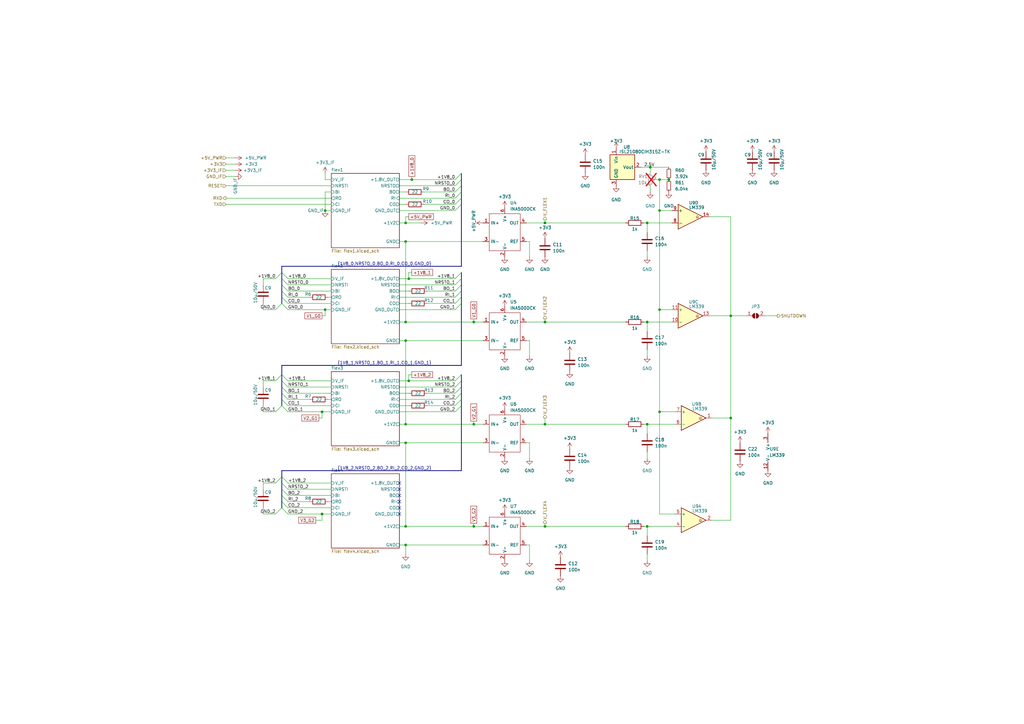
<source format=kicad_sch>
(kicad_sch (version 20231120) (generator "eeschema") (generator_version "8.0")
  (paper "A3")
  (lib_symbols
    (symbol "Comparator:LM339" (pin_names (offset 0.127))
      (property "Reference" "U" (at 0 5.08 0))
      (property "Value" "LM339" (at 0 -5.08 0))
      (symbol "LM339_1_1"
        (polyline (pts (xy -5.08 5.08) (xy 5.08 0) (xy -5.08 -5.08) (xy -5.08 5.08)) (stroke (width 0.254)) (fill (type background)))
        (polyline (pts (xy 3.302 -0.508) (xy 2.794 -0.508) (xy 3.302 0) (xy 2.794 0.508) (xy 2.286 0) (xy 2.794 -0.508) (xy 2.286 -0.508)) (stroke (width 0.127)))
        (pin open_collector line (at 7.62 0 180) (length 2.54) (name "~") (number "2"))
        (pin input line (at -7.62 -2.54 0) (length 2.54) (name "-") (number "4"))
        (pin input line (at -7.62 2.54 0) (length 2.54) (name "+") (number "5"))
      )
      (symbol "LM339_2_1"
        (polyline (pts (xy -5.08 5.08) (xy 5.08 0) (xy -5.08 -5.08) (xy -5.08 5.08)) (stroke (width 0.254)) (fill (type background)))
        (polyline (pts (xy 3.302 -0.508) (xy 2.794 -0.508) (xy 3.302 0) (xy 2.794 0.508) (xy 2.286 0) (xy 2.794 -0.508) (xy 2.286 -0.508)) (stroke (width 0.127)))
        (pin open_collector line (at 7.62 0 180) (length 2.54) (name "~") (number "1"))
        (pin input line (at -7.62 -2.54 0) (length 2.54) (name "-") (number "6"))
        (pin input line (at -7.62 2.54 0) (length 2.54) (name "+") (number "7"))
      )
      (symbol "LM339_3_1"
        (polyline (pts (xy -5.08 5.08) (xy 5.08 0) (xy -5.08 -5.08) (xy -5.08 5.08)) (stroke (width 0.254)) (fill (type background)))
        (polyline (pts (xy 3.302 -0.508) (xy 2.794 -0.508) (xy 3.302 0) (xy 2.794 0.508) (xy 2.286 0) (xy 2.794 -0.508) (xy 2.286 -0.508)) (stroke (width 0.127)))
        (pin input line (at -7.62 -2.54 0) (length 2.54) (name "-") (number "10"))
        (pin input line (at -7.62 2.54 0) (length 2.54) (name "+") (number "11"))
        (pin open_collector line (at 7.62 0 180) (length 2.54) (name "~") (number "13"))
      )
      (symbol "LM339_4_1"
        (polyline (pts (xy -5.08 5.08) (xy 5.08 0) (xy -5.08 -5.08) (xy -5.08 5.08)) (stroke (width 0.254)) (fill (type background)))
        (polyline (pts (xy 3.302 -0.508) (xy 2.794 -0.508) (xy 3.302 0) (xy 2.794 0.508) (xy 2.286 0) (xy 2.794 -0.508) (xy 2.286 -0.508)) (stroke (width 0.127)))
        (pin open_collector line (at 7.62 0 180) (length 2.54) (name "~") (number "14"))
        (pin input line (at -7.62 -2.54 0) (length 2.54) (name "-") (number "8"))
        (pin input line (at -7.62 2.54 0) (length 2.54) (name "+") (number "9"))
      )
      (symbol "LM339_5_1"
        (pin power_in line (at -2.54 -7.62 90) (length 3.81) (name "V-") (number "12"))
        (pin power_in line (at -2.54 7.62 270) (length 3.81) (name "V+") (number "3"))
      )
    )
    (symbol "Device:C" (pin_numbers hide) (pin_names (offset 0.254))
      (property "Reference" "C" (at 0.635 2.54 0))
      (property "Value" "C" (at 0.635 -2.54 0))
      (symbol "C_0_1"
        (polyline (pts (xy -2.032 -0.762) (xy 2.032 -0.762)) (stroke (width 0.508)))
        (polyline (pts (xy -2.032 0.762) (xy 2.032 0.762)) (stroke (width 0.508)))
      )
      (symbol "C_1_1"
        (pin passive line (at 0 3.81 270) (length 2.794) (name "~") (number "1"))
        (pin passive line (at 0 -3.81 90) (length 2.794) (name "~") (number "2"))
      )
    )
    (symbol "Device:R" (pin_numbers hide) (pin_names (offset 0))
      (property "Reference" "R" (at 2.032 0 90))
      (property "Value" "R" (at 0 0 90))
      (symbol "R_0_1"
        (rectangle (start -1.016 -2.54) (end 1.016 2.54) (stroke (width 0.254)))
      )
      (symbol "R_1_1"
        (pin passive line (at 0 3.81 270) (length 1.27) (name "~") (number "1"))
        (pin passive line (at 0 -3.81 90) (length 1.27) (name "~") (number "2"))
      )
    )
    (symbol "Device:R_Potentiometer_Small" (pin_names (offset 1.016) hide)
      (property "Reference" "RV" (at -4.445 0 90))
      (property "Value" "R_Potentiometer_Small" (at -2.54 0 90))
      (symbol "R_Potentiometer_Small_0_1"
        (polyline (pts (xy 0.889 0) (xy 0.635 0) (xy 1.651 0.381) (xy 1.651 -0.381) (xy 0.635 0) (xy 0.889 0)) (fill (type outline)))
        (rectangle (start 0.762 1.8034) (end -0.762 -1.8034) (stroke (width 0.254)))
      )
      (symbol "R_Potentiometer_Small_1_1"
        (pin passive line (at 0 2.54 270) (length 0.635) (name "1") (number "1"))
        (pin passive line (at 2.54 0 180) (length 0.9906) (name "2") (number "2"))
        (pin passive line (at 0 -2.54 90) (length 0.635) (name "3") (number "3"))
      )
    )
    (symbol "Device:R_Small" (pin_numbers hide) (pin_names (offset 0.254) hide)
      (property "Reference" "R" (at 0.762 0.508 0))
      (property "Value" "R_Small" (at 0.762 -1.016 0))
      (symbol "R_Small_0_1"
        (rectangle (start -0.762 1.778) (end 0.762 -1.778) (stroke (width 0.2032)))
      )
      (symbol "R_Small_1_1"
        (pin passive line (at 0 2.54 270) (length 0.762) (name "~") (number "1"))
        (pin passive line (at 0 -2.54 90) (length 0.762) (name "~") (number "2"))
      )
    )
    (symbol "Jumper:SolderJumper_2_Open" (pin_names (offset 0) hide)
      (property "Reference" "JP" (at 0 2.032 0))
      (property "Value" "SolderJumper_2_Open" (at 0 -2.54 0))
      (symbol "SolderJumper_2_Open_0_1"
        (arc (start -0.254 1.016) (mid -1.2656 0) (end -0.254 -1.016))
        (arc (start -0.254 1.016) (mid -1.2656 0) (end -0.254 -1.016) (fill (type outline)))
        (polyline (pts (xy -0.254 1.016) (xy -0.254 -1.016)))
        (polyline (pts (xy 0.254 1.016) (xy 0.254 -1.016)))
        (arc (start 0.254 -1.016) (mid 1.2656 0) (end 0.254 1.016))
        (arc (start 0.254 -1.016) (mid 1.2656 0) (end 0.254 1.016) (fill (type outline)))
      )
      (symbol "SolderJumper_2_Open_1_1"
        (pin passive line (at -3.81 0 0) (length 2.54) (name "A") (number "1"))
        (pin passive line (at 3.81 0 180) (length 2.54) (name "B") (number "2"))
      )
    )
    (symbol "Reference_Voltage:ISL21070CIH320Z-TK"
      (property "Reference" "U" (at -0.635 8.255 0))
      (property "Value" "ISL21070CIH320Z-TK" (at -1.905 6.35 0))
      (symbol "ISL21070CIH320Z-TK_0_1"
        (rectangle (start -5.08 5.08) (end 5.08 -5.08) (stroke (width 0.254)) (fill (type background)))
      )
      (symbol "ISL21070CIH320Z-TK_1_1"
        (pin power_in line (at -2.54 7.62 270) (length 2.54) (name "Vin") (number "1"))
        (pin power_out line (at 7.62 0 180) (length 2.54) (name "Vout") (number "2"))
        (pin power_in line (at -2.54 -7.62 90) (length 2.54) (name "GND") (number "3"))
      )
    )
    (symbol "mylib7:+3V3_IF" (power) (pin_names (offset 0))
      (property "Value" "+3V3_IF" (at 0 5.08 0))
      (symbol "+3V3_IF_0_1"
        (polyline (pts (xy -0.762 1.27) (xy 0 2.54)))
        (polyline (pts (xy 0 0) (xy 0 2.54)))
        (polyline (pts (xy 0 2.54) (xy 0.762 1.27)))
      )
      (symbol "+3V3_IF_1_1"
        (pin power_in line (at 0 0 90) (length 0) hide (name "+3V3_IF") (number "1"))
      )
    )
    (symbol "mylib7:+5V_PWR" (power) (pin_names (offset 0))
      (property "Value" "+5V_PWR" (at 0 4.445 0))
      (symbol "+5V_PWR_0_1"
        (polyline (pts (xy -0.762 1.27) (xy 0 2.54)))
        (polyline (pts (xy 0 0) (xy 0 2.54)))
        (polyline (pts (xy 0 2.54) (xy 0.762 1.27)))
      )
      (symbol "+5V_PWR_1_1"
        (pin power_in line (at 0 0 90) (length 0) hide (name "+5V_PWR") (number "1"))
      )
    )
    (symbol "mylib7:GND_IF" (power) (pin_names (offset 0))
      (property "Value" "GND_IF" (at 0 -5.08 0))
      (symbol "GND_IF_0_1"
        (polyline (pts (xy 0 0) (xy 0 -1.27) (xy 1.27 -1.27) (xy 0 -2.54) (xy -1.27 -1.27) (xy 0 -1.27)))
      )
      (symbol "GND_IF_1_1"
        (pin power_in line (at 0 0 270) (length 0) hide (name "GND_IF") (number "1"))
      )
    )
    (symbol "mylib7:INA500-DCK"
      (property "Reference" "U" (at 3.81 7.62 0))
      (property "Value" "INA500DCK" (at 7.62 -10.16 0))
      (symbol "INA500-DCK_0_1"
        (rectangle (start -5.08 6.35) (end 7.62 -8.89))
      )
      (symbol "INA500-DCK_1_1"
        (pin input line (at -7.62 2.54 0) (length 2.54) (name "IN+") (number "1"))
        (pin input line (at 1.27 -11.43 90) (length 2.54) (name "V-") (number "2"))
        (pin input line (at -7.62 -5.08 0) (length 2.54) (name "IN-") (number "3"))
        (pin input line (at 10.16 2.54 180) (length 2.54) (name "OUT") (number "4"))
        (pin input line (at 10.16 -5.08 180) (length 2.54) (name "REF") (number "5"))
        (pin input line (at 1.27 8.89 270) (length 2.54) (name "V+") (number "6"))
      )
    )
    (symbol "power:+3V3" (power) (pin_names (offset 0))
      (property "Value" "+3V3" (at 0 3.556 0))
      (symbol "+3V3_0_1"
        (polyline (pts (xy -0.762 1.27) (xy 0 2.54)))
        (polyline (pts (xy 0 0) (xy 0 2.54)))
        (polyline (pts (xy 0 2.54) (xy 0.762 1.27)))
      )
      (symbol "+3V3_1_1"
        (pin power_in line (at 0 0 90) (length 0) hide (name "+3V3") (number "1"))
      )
    )
    (symbol "power:GND" (power) (pin_names (offset 0))
      (property "Value" "GND" (at 0 -3.81 0))
      (symbol "GND_0_1"
        (polyline (pts (xy 0 0) (xy 0 -1.27) (xy 1.27 -1.27) (xy 0 -2.54) (xy -1.27 -1.27) (xy 0 -1.27)))
      )
      (symbol "GND_1_1"
        (pin power_in line (at 0 0 270) (length 0) hide (name "GND") (number "1"))
      )
    )
  )
  (junction (at 166.37 173.99))
  (junction (at 223.52 173.99))
  (junction (at 132.08 210.82))
  (junction (at 194.31 132.08))
  (junction (at 265.43 215.9))
  (junction (at 270.51 168.91))
  (junction (at 299.72 129.54))
  (junction (at 166.37 91.44))
  (junction (at 266.7 68.58))
  (junction (at 133.35 86.36))
  (junction (at 166.37 99.06))
  (junction (at 133.35 127))
  (junction (at 132.08 168.91))
  (junction (at 223.52 132.08))
  (junction (at 265.43 132.08))
  (junction (at 223.52 91.44))
  (junction (at 223.52 215.9))
  (junction (at 270.51 73.66))
  (junction (at 265.43 173.99))
  (junction (at 166.37 215.9))
  (junction (at 166.37 139.7))
  (junction (at 166.37 181.61))
  (junction (at 270.51 127))
  (junction (at 270.51 86.36))
  (junction (at 274.32 73.66))
  (junction (at 167.64 156.21))
  (junction (at 194.31 215.9))
  (junction (at 194.31 173.99))
  (junction (at 299.72 171.45))
  (junction (at 167.64 114.3))
  (junction (at 265.43 91.44))
  (junction (at 166.37 223.52))
  (junction (at 168.91 73.66))
  (junction (at 166.37 132.08))
  (no_connect (at 163.83 203.2))
  (no_connect (at 163.83 208.28))
  (no_connect (at 163.83 205.74))
  (no_connect (at 163.83 198.12))
  (no_connect (at 163.83 200.66))
  (no_connect (at 163.83 210.82))
  (bus_entry (at 118.11 114.3) (size -2.54 -2.54))
  (bus_entry (at 118.11 158.75) (size -2.54 -2.54))
  (bus_entry (at 186.69 78.74) (size 2.54 -2.54))
  (bus_entry (at 186.69 168.91) (size 2.54 -2.54))
  (bus_entry (at 118.11 163.83) (size -2.54 -2.54))
  (bus_entry (at 113.03 114.3) (size 2.54 -2.54))
  (bus_entry (at 186.69 163.83) (size 2.54 -2.54))
  (bus_entry (at 186.69 73.66) (size 2.54 -2.54))
  (bus_entry (at 186.69 119.38) (size 2.54 -2.54))
  (bus_entry (at 186.69 124.46) (size 2.54 -2.54))
  (bus_entry (at 186.69 76.2) (size 2.54 -2.54))
  (bus_entry (at 118.11 116.84) (size -2.54 -2.54))
  (bus_entry (at 186.69 81.28) (size 2.54 -2.54))
  (bus_entry (at 113.03 156.21) (size 2.54 -2.54))
  (bus_entry (at 186.69 114.3) (size 2.54 -2.54))
  (bus_entry (at 113.03 198.12) (size 2.54 -2.54))
  (bus_entry (at 113.03 127) (size 2.54 -2.54))
  (bus_entry (at 118.11 210.82) (size -2.54 -2.54))
  (bus_entry (at 186.69 86.36) (size 2.54 -2.54))
  (bus_entry (at 118.11 168.91) (size -2.54 -2.54))
  (bus_entry (at 118.11 124.46) (size -2.54 -2.54))
  (bus_entry (at 118.11 166.37) (size -2.54 -2.54))
  (bus_entry (at 186.69 121.92) (size 2.54 -2.54))
  (bus_entry (at 118.11 208.28) (size -2.54 -2.54))
  (bus_entry (at 186.69 127) (size 2.54 -2.54))
  (bus_entry (at 118.11 121.92) (size -2.54 -2.54))
  (bus_entry (at 118.11 161.29) (size -2.54 -2.54))
  (bus_entry (at 186.69 156.21) (size 2.54 -2.54))
  (bus_entry (at 118.11 205.74) (size -2.54 -2.54))
  (bus_entry (at 186.69 116.84) (size 2.54 -2.54))
  (bus_entry (at 118.11 156.21) (size -2.54 -2.54))
  (bus_entry (at 186.69 158.75) (size 2.54 -2.54))
  (bus_entry (at 113.03 168.91) (size 2.54 -2.54))
  (bus_entry (at 118.11 200.66) (size -2.54 -2.54))
  (bus_entry (at 186.69 83.82) (size 2.54 -2.54))
  (bus_entry (at 113.03 210.82) (size 2.54 -2.54))
  (bus_entry (at 186.69 161.29) (size 2.54 -2.54))
  (bus_entry (at 118.11 127) (size -2.54 -2.54))
  (bus_entry (at 186.69 166.37) (size 2.54 -2.54))
  (bus_entry (at 118.11 203.2) (size -2.54 -2.54))
  (bus_entry (at 118.11 198.12) (size -2.54 -2.54))
  (bus_entry (at 118.11 119.38) (size -2.54 -2.54))
  (wire (pts (xy 92.71 81.28) (xy 135.89 81.28)))
  (wire (pts (xy 223.52 171.45) (xy 223.52 173.99)))
  (wire (pts (xy 290.83 88.9) (xy 299.72 88.9)))
  (wire (pts (xy 113.03 198.12) (xy 107.95 198.12)))
  (wire (pts (xy 270.51 73.66) (xy 274.32 73.66)))
  (wire (pts (xy 163.83 158.75) (xy 186.69 158.75)))
  (wire (pts (xy 266.7 76.2) (xy 266.7 78.74)))
  (wire (pts (xy 129.54 213.36) (xy 132.08 213.36)))
  (wire (pts (xy 166.37 139.7) (xy 166.37 173.99)))
  (wire (pts (xy 166.37 99.06) (xy 198.12 99.06)))
  (wire (pts (xy 134.62 205.74) (xy 135.89 205.74)))
  (bus (pts (xy 189.23 73.66) (xy 189.23 76.2)))
  (wire (pts (xy 132.08 168.91) (xy 135.89 168.91)))
  (wire (pts (xy 133.35 86.36) (xy 135.89 86.36)))
  (wire (pts (xy 118.11 121.92) (xy 127 121.92)))
  (wire (pts (xy 299.72 213.36) (xy 292.1 213.36)))
  (wire (pts (xy 168.91 111.76) (xy 167.64 111.76)))
  (wire (pts (xy 217.17 223.52) (xy 215.9 223.52)))
  (bus (pts (xy 115.57 153.67) (xy 115.57 156.21)))
  (wire (pts (xy 118.11 205.74) (xy 127 205.74)))
  (bus (pts (xy 189.23 83.82) (xy 189.23 109.22)))
  (wire (pts (xy 215.9 91.44) (xy 223.52 91.44)))
  (wire (pts (xy 118.11 116.84) (xy 135.89 116.84)))
  (wire (pts (xy 113.03 156.21) (xy 107.95 156.21)))
  (wire (pts (xy 175.26 119.38) (xy 186.69 119.38)))
  (bus (pts (xy 115.57 205.74) (xy 115.57 208.28)))
  (bus (pts (xy 115.57 121.92) (xy 115.57 124.46)))
  (wire (pts (xy 133.35 71.12) (xy 133.35 73.66)))
  (bus (pts (xy 115.57 195.58) (xy 115.57 198.12)))
  (wire (pts (xy 163.83 121.92) (xy 186.69 121.92)))
  (wire (pts (xy 215.9 173.99) (xy 223.52 173.99)))
  (wire (pts (xy 166.37 99.06) (xy 166.37 132.08)))
  (wire (pts (xy 270.51 86.36) (xy 275.59 86.36)))
  (wire (pts (xy 92.71 83.82) (xy 135.89 83.82)))
  (wire (pts (xy 163.83 215.9) (xy 166.37 215.9)))
  (wire (pts (xy 299.72 171.45) (xy 299.72 213.36)))
  (wire (pts (xy 265.43 132.08) (xy 275.59 132.08)))
  (wire (pts (xy 264.16 91.44) (xy 265.43 91.44)))
  (wire (pts (xy 107.95 198.12) (xy 107.95 200.66)))
  (wire (pts (xy 265.43 91.44) (xy 275.59 91.44)))
  (wire (pts (xy 163.83 124.46) (xy 167.64 124.46)))
  (wire (pts (xy 264.16 173.99) (xy 265.43 173.99)))
  (wire (pts (xy 113.03 114.3) (xy 107.95 114.3)))
  (bus (pts (xy 115.57 161.29) (xy 115.57 163.83)))
  (bus (pts (xy 189.23 119.38) (xy 189.23 121.92)))
  (bus (pts (xy 189.23 193.04) (xy 115.57 193.04)))
  (wire (pts (xy 163.83 81.28) (xy 186.69 81.28)))
  (wire (pts (xy 194.31 132.08) (xy 198.12 132.08)))
  (bus (pts (xy 189.23 109.22) (xy 115.57 109.22)))
  (bus (pts (xy 115.57 114.3) (xy 115.57 116.84)))
  (wire (pts (xy 135.89 78.74) (xy 133.35 78.74)))
  (wire (pts (xy 132.08 213.36) (xy 132.08 210.82)))
  (bus (pts (xy 115.57 119.38) (xy 115.57 121.92)))
  (wire (pts (xy 215.9 215.9) (xy 223.52 215.9)))
  (wire (pts (xy 118.11 168.91) (xy 132.08 168.91)))
  (wire (pts (xy 167.64 88.9) (xy 166.37 88.9)))
  (wire (pts (xy 265.43 185.42) (xy 265.43 187.96)))
  (wire (pts (xy 217.17 105.41) (xy 217.17 99.06)))
  (wire (pts (xy 163.83 163.83) (xy 186.69 163.83)))
  (wire (pts (xy 92.71 64.77) (xy 96.52 64.77)))
  (wire (pts (xy 118.11 200.66) (xy 135.89 200.66)))
  (wire (pts (xy 163.83 116.84) (xy 186.69 116.84)))
  (wire (pts (xy 118.11 161.29) (xy 135.89 161.29)))
  (wire (pts (xy 265.43 173.99) (xy 265.43 177.8)))
  (wire (pts (xy 132.08 210.82) (xy 135.89 210.82)))
  (wire (pts (xy 215.9 132.08) (xy 223.52 132.08)))
  (wire (pts (xy 264.16 215.9) (xy 265.43 215.9)))
  (wire (pts (xy 167.64 156.21) (xy 186.69 156.21)))
  (wire (pts (xy 92.71 69.85) (xy 96.52 69.85)))
  (wire (pts (xy 107.95 168.91) (xy 107.95 166.37)))
  (wire (pts (xy 163.83 91.44) (xy 166.37 91.44)))
  (wire (pts (xy 168.91 72.39) (xy 168.91 73.66)))
  (wire (pts (xy 132.08 129.54) (xy 133.35 129.54)))
  (bus (pts (xy 115.57 203.2) (xy 115.57 205.74)))
  (bus (pts (xy 115.57 163.83) (xy 115.57 166.37)))
  (wire (pts (xy 266.7 68.58) (xy 274.32 68.58)))
  (wire (pts (xy 163.83 139.7) (xy 166.37 139.7)))
  (wire (pts (xy 223.52 130.81) (xy 223.52 132.08)))
  (wire (pts (xy 118.11 156.21) (xy 135.89 156.21)))
  (wire (pts (xy 167.64 114.3) (xy 186.69 114.3)))
  (bus (pts (xy 189.23 114.3) (xy 189.23 116.84)))
  (wire (pts (xy 265.43 91.44) (xy 265.43 95.25)))
  (wire (pts (xy 166.37 215.9) (xy 194.31 215.9)))
  (wire (pts (xy 133.35 127) (xy 135.89 127)))
  (wire (pts (xy 175.26 124.46) (xy 186.69 124.46)))
  (wire (pts (xy 167.64 153.67) (xy 167.64 156.21)))
  (wire (pts (xy 107.95 114.3) (xy 107.95 116.84)))
  (wire (pts (xy 118.11 127) (xy 133.35 127)))
  (wire (pts (xy 163.83 161.29) (xy 167.64 161.29)))
  (bus (pts (xy 189.23 158.75) (xy 189.23 161.29)))
  (bus (pts (xy 189.23 71.12) (xy 189.23 73.66)))
  (wire (pts (xy 290.83 129.54) (xy 299.72 129.54)))
  (wire (pts (xy 223.52 91.44) (xy 256.54 91.44)))
  (wire (pts (xy 166.37 91.44) (xy 172.72 91.44)))
  (wire (pts (xy 163.83 83.82) (xy 166.37 83.82)))
  (wire (pts (xy 118.11 114.3) (xy 135.89 114.3)))
  (wire (pts (xy 266.7 68.58) (xy 266.7 71.12)))
  (bus (pts (xy 115.57 149.86) (xy 115.57 153.67)))
  (wire (pts (xy 166.37 88.9) (xy 166.37 91.44)))
  (wire (pts (xy 264.16 132.08) (xy 265.43 132.08)))
  (wire (pts (xy 118.11 158.75) (xy 135.89 158.75)))
  (wire (pts (xy 134.62 163.83) (xy 135.89 163.83)))
  (wire (pts (xy 166.37 181.61) (xy 163.83 181.61)))
  (wire (pts (xy 118.11 208.28) (xy 135.89 208.28)))
  (wire (pts (xy 107.95 210.82) (xy 107.95 208.28)))
  (wire (pts (xy 113.03 127) (xy 107.95 127)))
  (wire (pts (xy 92.71 76.2) (xy 135.89 76.2)))
  (bus (pts (xy 115.57 158.75) (xy 115.57 161.29)))
  (bus (pts (xy 189.23 124.46) (xy 189.23 149.86)))
  (bus (pts (xy 189.23 161.29) (xy 189.23 163.83)))
  (wire (pts (xy 265.43 215.9) (xy 265.43 219.71)))
  (bus (pts (xy 115.57 116.84) (xy 115.57 119.38)))
  (wire (pts (xy 265.43 227.33) (xy 265.43 229.87)))
  (wire (pts (xy 107.95 156.21) (xy 107.95 158.75)))
  (wire (pts (xy 194.31 214.63) (xy 194.31 215.9)))
  (wire (pts (xy 175.26 161.29) (xy 186.69 161.29)))
  (bus (pts (xy 189.23 121.92) (xy 189.23 124.46)))
  (wire (pts (xy 166.37 173.99) (xy 194.31 173.99)))
  (wire (pts (xy 118.11 210.82) (xy 132.08 210.82)))
  (wire (pts (xy 166.37 223.52) (xy 163.83 223.52)))
  (bus (pts (xy 189.23 156.21) (xy 189.23 158.75)))
  (wire (pts (xy 133.35 78.74) (xy 133.35 86.36)))
  (wire (pts (xy 132.08 171.45) (xy 132.08 168.91)))
  (wire (pts (xy 168.91 73.66) (xy 186.69 73.66)))
  (wire (pts (xy 194.31 130.81) (xy 194.31 132.08)))
  (wire (pts (xy 163.83 127) (xy 186.69 127)))
  (bus (pts (xy 189.23 111.76) (xy 189.23 114.3)))
  (wire (pts (xy 118.11 203.2) (xy 135.89 203.2)))
  (wire (pts (xy 270.51 168.91) (xy 276.86 168.91)))
  (bus (pts (xy 189.23 76.2) (xy 189.23 78.74)))
  (wire (pts (xy 118.11 119.38) (xy 135.89 119.38)))
  (wire (pts (xy 194.31 173.99) (xy 198.12 173.99)))
  (wire (pts (xy 265.43 173.99) (xy 276.86 173.99)))
  (wire (pts (xy 223.52 214.63) (xy 223.52 215.9)))
  (wire (pts (xy 270.51 73.66) (xy 270.51 86.36)))
  (wire (pts (xy 299.72 88.9) (xy 299.72 129.54)))
  (wire (pts (xy 118.11 198.12) (xy 135.89 198.12)))
  (wire (pts (xy 163.83 119.38) (xy 167.64 119.38)))
  (wire (pts (xy 133.35 73.66) (xy 135.89 73.66)))
  (bus (pts (xy 189.23 153.67) (xy 189.23 156.21)))
  (wire (pts (xy 269.24 73.66) (xy 270.51 73.66)))
  (wire (pts (xy 175.26 166.37) (xy 186.69 166.37)))
  (bus (pts (xy 189.23 78.74) (xy 189.23 81.28)))
  (wire (pts (xy 118.11 166.37) (xy 135.89 166.37)))
  (wire (pts (xy 163.83 173.99) (xy 166.37 173.99)))
  (wire (pts (xy 113.03 210.82) (xy 107.95 210.82)))
  (wire (pts (xy 270.51 168.91) (xy 270.51 210.82)))
  (wire (pts (xy 134.62 121.92) (xy 135.89 121.92)))
  (wire (pts (xy 270.51 86.36) (xy 270.51 127)))
  (wire (pts (xy 223.52 215.9) (xy 256.54 215.9)))
  (wire (pts (xy 166.37 227.33) (xy 166.37 223.52)))
  (wire (pts (xy 163.83 166.37) (xy 167.64 166.37)))
  (wire (pts (xy 265.43 215.9) (xy 276.86 215.9)))
  (wire (pts (xy 265.43 102.87) (xy 265.43 105.41)))
  (wire (pts (xy 92.71 67.31) (xy 96.52 67.31)))
  (wire (pts (xy 173.99 83.82) (xy 186.69 83.82)))
  (wire (pts (xy 163.83 168.91) (xy 186.69 168.91)))
  (bus (pts (xy 189.23 163.83) (xy 189.23 166.37)))
  (wire (pts (xy 163.83 78.74) (xy 166.37 78.74)))
  (wire (pts (xy 92.71 72.39) (xy 96.52 72.39)))
  (wire (pts (xy 133.35 129.54) (xy 133.35 127)))
  (wire (pts (xy 299.72 129.54) (xy 299.72 171.45)))
  (bus (pts (xy 115.57 193.04) (xy 115.57 195.58)))
  (bus (pts (xy 115.57 156.21) (xy 115.57 158.75)))
  (wire (pts (xy 217.17 229.87) (xy 217.17 223.52)))
  (wire (pts (xy 173.99 78.74) (xy 186.69 78.74)))
  (bus (pts (xy 189.23 116.84) (xy 189.23 119.38)))
  (wire (pts (xy 217.17 187.96) (xy 217.17 181.61)))
  (wire (pts (xy 166.37 99.06) (xy 163.83 99.06)))
  (bus (pts (xy 115.57 200.66) (xy 115.57 203.2)))
  (wire (pts (xy 163.83 114.3) (xy 167.64 114.3)))
  (wire (pts (xy 265.43 132.08) (xy 265.43 135.89)))
  (wire (pts (xy 163.83 86.36) (xy 186.69 86.36)))
  (wire (pts (xy 270.51 210.82) (xy 276.86 210.82)))
  (wire (pts (xy 166.37 139.7) (xy 198.12 139.7)))
  (wire (pts (xy 166.37 223.52) (xy 198.12 223.52)))
  (wire (pts (xy 118.11 163.83) (xy 127 163.83)))
  (wire (pts (xy 265.43 143.51) (xy 265.43 146.05)))
  (wire (pts (xy 163.83 156.21) (xy 167.64 156.21)))
  (wire (pts (xy 223.52 173.99) (xy 256.54 173.99)))
  (wire (pts (xy 130.81 171.45) (xy 132.08 171.45)))
  (wire (pts (xy 292.1 171.45) (xy 299.72 171.45)))
  (wire (pts (xy 113.03 168.91) (xy 107.95 168.91)))
  (wire (pts (xy 194.31 215.9) (xy 198.12 215.9)))
  (wire (pts (xy 217.17 146.05) (xy 217.17 139.7)))
  (wire (pts (xy 217.17 181.61) (xy 215.9 181.61)))
  (wire (pts (xy 270.51 127) (xy 275.59 127)))
  (bus (pts (xy 189.23 166.37) (xy 189.23 193.04)))
  (bus (pts (xy 189.23 81.28) (xy 189.23 83.82)))
  (wire (pts (xy 163.83 132.08) (xy 166.37 132.08)))
  (wire (pts (xy 163.83 76.2) (xy 186.69 76.2)))
  (wire (pts (xy 166.37 181.61) (xy 166.37 215.9)))
  (wire (pts (xy 194.31 172.72) (xy 194.31 173.99)))
  (bus (pts (xy 115.57 198.12) (xy 115.57 200.66)))
  (wire (pts (xy 313.69 129.54) (xy 318.77 129.54)))
  (wire (pts (xy 167.64 111.76) (xy 167.64 114.3)))
  (wire (pts (xy 107.95 127) (xy 107.95 124.46)))
  (wire (pts (xy 217.17 99.06) (xy 215.9 99.06)))
  (wire (pts (xy 270.51 127) (xy 270.51 168.91)))
  (wire (pts (xy 166.37 132.08) (xy 194.31 132.08)))
  (wire (pts (xy 168.91 153.67) (xy 167.64 153.67)))
  (wire (pts (xy 223.52 90.17) (xy 223.52 91.44)))
  (wire (pts (xy 166.37 181.61) (xy 198.12 181.61)))
  (wire (pts (xy 223.52 132.08) (xy 256.54 132.08)))
  (bus (pts (xy 115.57 109.22) (xy 115.57 111.76)))
  (wire (pts (xy 217.17 139.7) (xy 215.9 139.7)))
  (bus (pts (xy 115.57 111.76) (xy 115.57 114.3)))
  (wire (pts (xy 163.83 73.66) (xy 168.91 73.66)))
  (wire (pts (xy 118.11 124.46) (xy 135.89 124.46)))
  (bus (pts (xy 115.57 149.86) (xy 189.23 149.86)))
  (wire (pts (xy 299.72 129.54) (xy 306.07 129.54)))
  (wire (pts (xy 262.89 68.58) (xy 266.7 68.58)))
  (label "RI_1" (at 186.69 121.92 180))
  (label "BO_1" (at 186.69 119.38 180))
  (label "NRSTO_2" (at 186.69 158.75 180))
  (label "GND_2" (at 118.11 210.82 0))
  (label "RI_2" (at 118.11 205.74 0))
  (label "GND_2" (at 186.69 168.91 180))
  (label "BO_0" (at 186.69 78.74 180))
  (label "RI_0" (at 186.69 81.28 180))
  (label "RI_2" (at 186.69 163.83 180))
  (label "GND_1" (at 118.11 168.91 0))
  (label "+1V8_0" (at 118.11 114.3 0))
  (label "+1V8_2" (at 113.03 198.12 180))
  (label "+1V8_2" (at 186.69 156.21 180))
  (label "CO_2" (at 118.11 208.28 0))
  (label "NRSTO_2" (at 118.11 200.66 0))
  (label "NRSTO_0" (at 118.11 116.84 0))
  (label "CO_1" (at 186.69 124.46 180))
  (label "+1V8_1" (at 113.03 156.21 180))
  (label "NRSTO_0" (at 186.69 76.2 180))
  (label "CO_2" (at 186.69 166.37 180))
  (label "+1V8_1" (at 186.69 114.3 180))
  (label "NRSTO_1" (at 186.69 116.84 180))
  (label "{1V8_2,NRSTO_2,BO_2,RI_2,CO_2,GND_2}" (at 138.43 193.04 0))
  (label "2.5V" (at 264.16 68.58 0))
  (label "RI_0" (at 118.11 121.92 0))
  (label "+1V8_2" (at 118.11 198.12 0))
  (label "GND_0" (at 118.11 127 0))
  (label "{1V8_1,NRSTO_1,BO_1,RI_1,CO_1,GND_1}" (at 138.43 149.86 0))
  (label "BO_0" (at 118.11 119.38 0))
  (label "+1V8_0" (at 186.69 73.66 180))
  (label "NRSTO_1" (at 118.11 158.75 0))
  (label "GND_0" (at 113.03 127 180))
  (label "GND_2" (at 113.03 210.82 180))
  (label "CO_1" (at 118.11 166.37 0))
  (label "{1V8_0,NRSTO_0,BO_0,RI_0,CO_0,GND_0}" (at 138.43 109.22 0))
  (label "CO_0" (at 186.69 83.82 180))
  (label "+1V8_1" (at 118.11 156.21 0))
  (label "RI_1" (at 118.11 163.83 0))
  (label "CO_0" (at 118.11 124.46 0))
  (label "GND_1" (at 186.69 127 180))
  (label "BO_2" (at 186.69 161.29 180))
  (label "BO_2" (at 118.11 203.2 0))
  (label "+1V8_0" (at 113.03 114.3 180))
  (label "GND_0" (at 186.69 86.36 180))
  (label "GND_1" (at 113.03 168.91 180))
  (label "BO_1" (at 118.11 161.29 0))
  (global_label "V3_G2" (shape passive) (at 194.31 214.63 90) (property "Intersheetrefs" "${INTERSHEET_REFS}" (effects (hide yes))))
  (global_label "V3_G2" (shape passive) (at 129.54 213.36 180) (property "Intersheetrefs" "${INTERSHEET_REFS}" (effects (hide yes))))
  (global_label "+1V8_1" (shape passive) (at 168.91 111.76 0) (property "Intersheetrefs" "${INTERSHEET_REFS}" (effects (hide yes))))
  (global_label "+1V8_0" (shape passive) (at 168.91 72.39 90) (property "Intersheetrefs" "${INTERSHEET_REFS}" (effects (hide yes))))
  (global_label "V2_G1" (shape passive) (at 130.81 171.45 180) (property "Intersheetrefs" "${INTERSHEET_REFS}" (effects (hide yes))))
  (global_label "V2_G1" (shape passive) (at 194.31 172.72 90) (property "Intersheetrefs" "${INTERSHEET_REFS}" (effects (hide yes))))
  (global_label "V1_G0" (shape passive) (at 194.31 130.81 90) (property "Intersheetrefs" "${INTERSHEET_REFS}" (effects (hide yes))))
  (global_label "V1_G0" (shape passive) (at 132.08 129.54 180) (property "Intersheetrefs" "${INTERSHEET_REFS}" (effects (hide yes))))
  (global_label "+1V8_2" (shape passive) (at 168.91 153.67 0) (property "Intersheetrefs" "${INTERSHEET_REFS}" (effects (hide yes))))
  (global_label "+5V_PWR" (shape passive) (at 167.64 88.9 0) (property "Intersheetrefs" "${INTERSHEET_REFS}" (effects (hide yes))))
  (hierarchical_label "SHUTDOWN" (shape output) (at 318.77 129.54 0))
  (hierarchical_label "V_FLEX2" (shape output) (at 223.52 130.81 90))
  (hierarchical_label "V_FLEX4" (shape output) (at 223.52 214.63 90))
  (hierarchical_label "V_FLEX1" (shape output) (at 223.52 90.17 90))
  (hierarchical_label "RESET" (shape input) (at 92.71 76.2 180))
  (hierarchical_label "+5V_PWR" (shape input) (at 92.71 64.77 180))
  (hierarchical_label "V_FLEX3" (shape output) (at 223.52 171.45 90))
  (hierarchical_label "+3V3" (shape input) (at 92.71 67.31 180))
  (hierarchical_label "+3V3_IF" (shape input) (at 92.71 69.85 180))
  (hierarchical_label "TXD" (shape input) (at 92.71 83.82 180))
  (hierarchical_label "GND_IF" (shape input) (at 92.71 72.39 180))
  (hierarchical_label "RXD" (shape output) (at 92.71 81.28 180))
  (symbol (lib_id "power:GND") (at 274.32 78.74 0) (unit 1)
    (property "Reference" "#PWR0390" (effects (hide yes)))
    (property "Value" "GND" (at 274.32 84.455 0))
  )
  (symbol (lib_id "power:+3V3") (at 233.68 184.15 0) (unit 1)
    (property "Reference" "#PWR065" (effects (hide yes)))
    (property "Value" "+3V3" (at 233.68 179.705 0))
  )
  (symbol (lib_id "power:GND") (at 317.5 69.85 0) (unit 1)
    (property "Reference" "#PWR086" (effects (hide yes)))
    (property "Value" "GND" (at 317.5 74.93 0))
  )
  (symbol (lib_id "Device:C") (at 265.43 139.7 0) (unit 1)
    (property "Reference" "C17" (at 268.605 138.43 0) (effects (justify left)))
    (property "Value" "100n" (at 268.605 140.97 0) (effects (justify left)))
    (property "Footprint" "Capacitor_SMD:C_0805_2012Metric" (effects (hide yes)))
  )
  (symbol (lib_id "power:+3V3") (at 252.73 60.96 0) (unit 1)
    (property "Reference" "#PWR069" (effects (hide yes)))
    (property "Value" "+3V3" (at 252.73 57.785 0))
  )
  (symbol (lib_id "Device:C") (at 240.03 67.31 0) (unit 1)
    (property "Reference" "C15" (at 243.205 66.04 0) (effects (justify left)))
    (property "Value" "100n" (at 243.205 68.58 0) (effects (justify left)))
    (property "Footprint" "Capacitor_SMD:C_0805_2012Metric" (effects (hide yes)))
  )
  (symbol (lib_id "Device:C") (at 233.68 187.96 0) (unit 1)
    (property "Reference" "C14" (at 236.855 186.69 0) (effects (justify left)))
    (property "Value" "100n" (at 236.855 189.23 0) (effects (justify left)))
    (property "Footprint" "Capacitor_SMD:C_0805_2012Metric" (effects (hide yes)))
  )
  (symbol (lib_id "mylib7:INA500-DCK") (at 205.74 93.98 0) (unit 1)
    (property "Reference" "U4" (at 209.2041 83.185 0) (effects (justify left)))
    (property "Value" "INA500DCK" (at 209.2041 85.725 0) (effects (justify left)))
    (property "Footprint" "Package_TO_SOT_SMD:SOT-363_SC-70-6" (effects (hide yes)))
    (property "Distributor" "D" (effects (hide yes)))
    (property "Manufacturer" "INA500AIDCKR" (effects (hide yes)))
    (property "OrderNr" "296-INA500AIDCKRCT-ND" (effects (hide yes)))
  )
  (symbol (lib_id "Device:R") (at 260.35 215.9 90) (unit 1)
    (property "Reference" "R18" (at 260.35 213.995 90))
    (property "Value" "1k" (at 260.35 218.44 90))
    (property "Footprint" "Resistor_SMD:R_0805_2012Metric" (effects (hide yes)))
  )
  (symbol (lib_id "Device:R") (at 171.45 124.46 90) (unit 1)
    (property "Reference" "R12" (at 175.895 123.19 90))
    (property "Value" "22" (at 171.45 124.46 90))
    (property "Footprint" "Resistor_SMD:R_0805_2012Metric" (effects (hide yes)))
  )
  (symbol (lib_id "Device:C") (at 289.56 66.04 0) (mirror y) (unit 1)
    (property "Reference" "C9" (at 288.925 63.5 0) (effects (justify left)))
    (property "Value" "10µ/50V" (at 292.735 69.85 90) (effects (justify left)))
    (property "Footprint" "Capacitor_SMD:C_1206_3216Metric" (effects (hide yes)))
    (instances (project "pferdibank" (path "" (reference "C9") (unit 1))) (project "power" (path "" (reference "C20") (unit 1))) (project "8]axe" (path "" (reference "C20") (unit 1))))
  )
  (symbol (lib_id "power:GND") (at 217.17 229.87 0) (unit 1)
    (property "Reference" "#PWR058" (effects (hide yes)))
    (property "Value" "GND" (at 217.17 234.95 0))
  )
  (symbol (lib_id "power:GND") (at 233.68 191.77 0) (unit 1)
    (property "Reference" "#PWR066" (effects (hide yes)))
    (property "Value" "GND" (at 233.68 196.85 0))
  )
  (symbol (lib_id "Comparator:LM339") (at 284.48 171.45 0) (unit 2)
    (property "Reference" "U9" (at 285.75 165.735 0))
    (property "Value" "LM339" (at 287.02 167.64 0))
    (property "Footprint" "Package_SO:SOIC-14_3.9x8.7mm_P1.27mm" (effects (hide yes)))
    (property "Datasheet" "https://www.st.com/resource/en/datasheet/lm139.pdf" (effects (hide yes)))
    (property "Distributor" "D" (effects (hide yes)))
    (property "Manufacturer" "LM339DR" (effects (hide yes)))
    (property "OrderNr" "296-1013-1-ND" (effects (hide yes)))
  )
  (symbol (lib_id "Device:C") (at 308.61 66.04 0) (mirror y) (unit 1)
    (property "Reference" "C9" (at 307.975 63.5 0) (effects (justify left)))
    (property "Value" "10µ/50V" (at 311.785 69.85 90) (effects (justify left)))
    (property "Footprint" "Capacitor_SMD:C_1206_3216Metric" (effects (hide yes)))
    (instances (project "pferdibank" (path "" (reference "C9") (unit 1))) (project "power" (path "" (reference "C20") (unit 1))) (project "8]axe" (path "" (reference "C23") (unit 1))))
  )
  (symbol (lib_id "mylib7:INA500-DCK") (at 205.74 218.44 0) (unit 1)
    (property "Reference" "U7" (at 209.2041 207.645 0) (effects (justify left)))
    (property "Value" "INA500DCK" (at 209.2041 210.185 0) (effects (justify left)))
    (property "Footprint" "Package_TO_SOT_SMD:SOT-363_SC-70-6" (effects (hide yes)))
    (property "Distributor" "D" (effects (hide yes)))
    (property "Manufacturer" "INA500AIDCKR" (effects (hide yes)))
    (property "OrderNr" "296-INA500AIDCKRCT-ND" (effects (hide yes)))
  )
  (symbol (lib_id "power:GND") (at 166.37 227.33 0) (unit 1)
    (property "Reference" "#PWR030" (effects (hide yes)))
    (property "Value" "GND" (at 166.37 232.41 0))
  )
  (symbol (lib_id "power:+3V3") (at 314.96 177.8 0) (unit 1)
    (property "Reference" "#PWR083" (effects (hide yes)))
    (property "Value" "+3V3" (at 314.96 173.355 0))
  )
  (symbol (lib_id "Device:C") (at 107.95 162.56 0) (unit 1)
    (property "Reference" "C9" (at 108.585 160.02 0) (effects (justify left)))
    (property "Value" "10µ/50V" (at 104.775 166.37 90) (effects (justify left)))
    (property "Footprint" "Capacitor_SMD:C_1206_3216Metric" (effects (hide yes)))
    (instances (project "pferdibank" (path "" (reference "C9") (unit 1))) (project "power" (path "" (reference "C20") (unit 1))) (project "8]axe" (path "" (reference "C9") (unit 1))))
  )
  (symbol (lib_id "power:GND") (at 265.43 105.41 0) (unit 1)
    (property "Reference" "#PWR071" (effects (hide yes)))
    (property "Value" "GND" (at 265.43 110.49 0))
  )
  (symbol (lib_id "power:+3V3") (at 223.52 97.79 0) (unit 1)
    (property "Reference" "#PWR059" (effects (hide yes)))
    (property "Value" "+3V3" (at 223.52 93.345 0))
  )
  (symbol (lib_id "Device:R_Potentiometer_Small") (at 266.7 73.66 0) (unit 1) (in_bom no) (dnp yes)
    (property "Reference" "RV1" (at 265.684 72.39 0) (effects (justify right)))
    (property "Value" "10k" (at 265.43 74.93 0) (effects (justify right)))
    (property "Footprint" "Potentiometer_SMD:Potentiometer_Bourns_3214X_Vertical" (effects (hide yes)))
    (property "Description" "Potentiometer" (effects (hide yes)))
    (property "Distributor" "D" (effects (hide yes)))
    (property "Manufacturer" "3214X-1-103E" (effects (hide yes)))
    (property "OrderNr" "3214X-1-103ECT-ND" (effects (hide yes)))
  )
  (symbol (lib_id "mylib7:INA500-DCK") (at 205.74 134.62 0) (unit 1)
    (property "Reference" "U5" (at 209.2041 123.825 0) (effects (justify left)))
    (property "Value" "INA500DCK" (at 209.2041 126.365 0) (effects (justify left)))
    (property "Footprint" "Package_TO_SOT_SMD:SOT-363_SC-70-6" (effects (hide yes)))
    (property "Distributor" "D" (effects (hide yes)))
    (property "Manufacturer" "INA500AIDCKR" (effects (hide yes)))
    (property "OrderNr" "296-INA500AIDCKRCT-ND" (effects (hide yes)))
  )
  (symbol (lib_id "Device:C") (at 265.43 223.52 0) (unit 1)
    (property "Reference" "C19" (at 268.605 222.25 0) (effects (justify left)))
    (property "Value" "100n" (at 268.605 224.79 0) (effects (justify left)))
    (property "Footprint" "Capacitor_SMD:C_0805_2012Metric" (effects (hide yes)))
  )
  (symbol (lib_id "power:+3V3") (at 229.87 228.6 0) (unit 1)
    (property "Reference" "#PWR061" (effects (hide yes)))
    (property "Value" "+3V3" (at 229.87 224.155 0))
  )
  (symbol (lib_id "Device:R") (at 260.35 173.99 90) (unit 1)
    (property "Reference" "R17" (at 260.35 172.085 90))
    (property "Value" "1k" (at 260.35 176.53 90))
    (property "Footprint" "Resistor_SMD:R_0805_2012Metric" (effects (hide yes)))
  )
  (symbol (lib_id "mylib7:+5V_PWR") (at 198.12 91.44 90) (unit 1)
    (property "Reference" "#PWR046" (effects (hide yes)))
    (property "Value" "+5V_PWR" (at 194.31 95.25 0) (effects (justify left)))
  )
  (symbol (lib_id "Device:R") (at 171.45 119.38 90) (unit 1)
    (property "Reference" "R11" (at 175.895 118.11 90))
    (property "Value" "22" (at 171.45 119.38 90))
    (property "Footprint" "Resistor_SMD:R_0805_2012Metric" (effects (hide yes)))
  )
  (symbol (lib_id "mylib7:+3V3_IF") (at 96.52 69.85 270) (unit 1)
    (property "Reference" "#PWR040" (effects (hide yes)))
    (property "Value" "+3V3_IF" (at 99.695 69.85 90) (effects (justify left)))
  )
  (symbol (lib_id "Device:C") (at 229.87 232.41 0) (unit 1)
    (property "Reference" "C12" (at 233.045 231.14 0) (effects (justify left)))
    (property "Value" "100n" (at 233.045 233.68 0) (effects (justify left)))
    (property "Footprint" "Capacitor_SMD:C_0805_2012Metric" (effects (hide yes)))
  )
  (symbol (lib_id "Jumper:SolderJumper_2_Open") (at 309.88 129.54 0) (unit 1)
    (property "Reference" "JP3" (at 309.88 125.73 0))
    (property "Value" "SolderJumper_2_Open" (effects (hide yes)))
    (property "Footprint" "Jumper:SolderJumper-2_P1.3mm_Open_RoundedPad1.0x1.5mm" (effects (hide yes)))
    (property "Distributor" "-" (effects (hide yes)))
  )
  (symbol (lib_id "power:GND") (at 265.43 146.05 0) (unit 1)
    (property "Reference" "#PWR072" (effects (hide yes)))
    (property "Value" "GND" (at 265.43 151.13 0))
  )
  (symbol (lib_id "power:GND") (at 308.61 69.85 0) (unit 1)
    (property "Reference" "#PWR082" (effects (hide yes)))
    (property "Value" "GND" (at 308.61 74.93 0))
  )
  (symbol (lib_id "Device:R") (at 130.81 205.74 90) (unit 1)
    (property "Reference" "R8" (at 126.365 204.47 90))
    (property "Value" "22" (at 130.81 205.74 90))
    (property "Footprint" "Resistor_SMD:R_0805_2012Metric" (effects (hide yes)))
  )
  (symbol (lib_id "Device:C") (at 317.5 66.04 0) (mirror y) (unit 1)
    (property "Reference" "C9" (at 316.865 63.5 0) (effects (justify left)))
    (property "Value" "10µ/50V" (at 320.675 69.85 90) (effects (justify left)))
    (property "Footprint" "Capacitor_SMD:C_1206_3216Metric" (effects (hide yes)))
    (instances (project "pferdibank" (path "" (reference "C9") (unit 1))) (project "power" (path "" (reference "C20") (unit 1))) (project "8]axe" (path "" (reference "C24") (unit 1))))
  )
  (symbol (lib_id "power:+3V3") (at 240.03 63.5 0) (unit 1)
    (property "Reference" "#PWR067" (effects (hide yes)))
    (property "Value" "+3V3" (at 240.03 59.055 0))
  )
  (symbol (lib_id "mylib7:INA500-DCK") (at 205.74 176.53 0) (unit 1)
    (property "Reference" "U6" (at 209.2041 165.735 0) (effects (justify left)))
    (property "Value" "INA500DCK" (at 209.2041 168.275 0) (effects (justify left)))
    (property "Footprint" "Package_TO_SOT_SMD:SOT-363_SC-70-6" (effects (hide yes)))
    (property "Distributor" "D" (effects (hide yes)))
    (property "Manufacturer" "INA500AIDCKR" (effects (hide yes)))
    (property "OrderNr" "296-INA500AIDCKRCT-ND" (effects (hide yes)))
  )
  (symbol (lib_id "power:GND") (at 233.68 152.4 0) (unit 1)
    (property "Reference" "#PWR064" (effects (hide yes)))
    (property "Value" "GND" (at 233.68 157.48 0))
  )
  (symbol (lib_id "Comparator:LM339") (at 283.21 129.54 0) (unit 3)
    (property "Reference" "U9" (at 284.48 123.825 0))
    (property "Value" "LM339" (at 285.75 125.73 0))
    (property "Footprint" "Package_SO:SOIC-14_3.9x8.7mm_P1.27mm" (effects (hide yes)))
    (property "Datasheet" "https://www.st.com/resource/en/datasheet/lm139.pdf" (effects (hide yes)))
    (property "Distributor" "D" (effects (hide yes)))
    (property "Manufacturer" "LM339DR" (effects (hide yes)))
    (property "OrderNr" "296-1013-1-ND" (effects (hide yes)))
  )
  (symbol (lib_id "Device:R") (at 170.18 83.82 90) (unit 1)
    (property "Reference" "R10" (at 175.26 82.55 90))
    (property "Value" "22" (at 170.18 83.82 90))
    (property "Footprint" "Resistor_SMD:R_0805_2012Metric" (effects (hide yes)))
  )
  (symbol (lib_id "power:GND") (at 217.17 146.05 0) (unit 1)
    (property "Reference" "#PWR056" (effects (hide yes)))
    (property "Value" "GND" (at 217.17 151.13 0))
  )
  (symbol (lib_id "Comparator:LM339") (at 317.5 185.42 0) (unit 5)
    (property "Reference" "U9" (at 315.595 184.15 0) (effects (justify left)))
    (property "Value" "LM339" (at 315.595 186.69 0) (effects (justify left)))
    (property "Footprint" "Package_SO:SOIC-14_3.9x8.7mm_P1.27mm" (effects (hide yes)))
    (property "Datasheet" "https://www.st.com/resource/en/datasheet/lm139.pdf" (effects (hide yes)))
    (property "OrderNr" "296-1013-1-ND" (effects (hide yes)))
    (property "Distributor" "D" (effects (hide yes)))
    (property "Manufacturer" "LM339DR" (effects (hide yes)))
  )
  (symbol (lib_id "power:+3V3") (at 289.56 62.23 0) (unit 1)
    (property "Reference" "#PWR075" (effects (hide yes)))
    (property "Value" "+3V3" (at 289.56 57.785 0))
  )
  (symbol (lib_id "Device:C") (at 107.95 120.65 0) (unit 1)
    (property "Reference" "C9" (at 108.585 118.11 0) (effects (justify left)))
    (property "Value" "10µ/50V" (at 104.775 124.46 90) (effects (justify left)))
    (property "Footprint" "Capacitor_SMD:C_1206_3216Metric" (effects (hide yes)))
    (instances (project "pferdibank" (path "" (reference "C9") (unit 1))) (project "power" (path "" (reference "C20") (unit 1))) (project "8]axe" (path "" (reference "C8") (unit 1))))
  )
  (symbol (lib_id "Device:R") (at 130.81 121.92 90) (unit 1)
    (property "Reference" "R6" (at 126.365 120.65 90))
    (property "Value" "22" (at 130.81 121.92 90))
    (property "Footprint" "Resistor_SMD:R_0805_2012Metric" (effects (hide yes)))
  )
  (symbol (lib_id "power:GND") (at 314.96 193.04 0) (unit 1)
    (property "Reference" "#PWR084" (effects (hide yes)))
    (property "Value" "GND" (at 314.96 198.12 0))
  )
  (symbol (lib_id "power:GND") (at 240.03 71.12 0) (unit 1)
    (property "Reference" "#PWR068" (effects (hide yes)))
    (property "Value" "GND" (at 240.03 76.2 0))
  )
  (symbol (lib_id "power:GND") (at 252.73 76.2 0) (unit 1)
    (property "Reference" "#PWR070" (effects (hide yes)))
    (property "Value" "GND" (at 252.73 81.915 0))
  )
  (symbol (lib_id "Device:C") (at 223.52 101.6 0) (unit 1)
    (property "Reference" "C11" (at 226.695 100.33 0) (effects (justify left)))
    (property "Value" "100n" (at 226.695 102.87 0) (effects (justify left)))
    (property "Footprint" "Capacitor_SMD:C_0805_2012Metric" (effects (hide yes)))
  )
  (symbol (lib_id "mylib7:+3V3_IF") (at 133.35 71.12 0) (unit 1)
    (property "Reference" "#PWR042" (effects (hide yes)))
    (property "Value" "+3V3_IF" (at 133.35 66.675 0))
  )
  (symbol (lib_id "Device:C") (at 107.95 204.47 0) (unit 1)
    (property "Reference" "C9" (at 108.585 201.93 0) (effects (justify left)))
    (property "Value" "10µ/50V" (at 104.775 208.28 90) (effects (justify left)))
    (property "Footprint" "Capacitor_SMD:C_1206_3216Metric" (effects (hide yes)))
    (instances (project "pferdibank" (path "" (reference "C9") (unit 1))) (project "power" (path "" (reference "C20") (unit 1))) (project "8]axe" (path "" (reference "C10") (unit 1))))
  )
  (symbol (lib_id "Device:R_Small") (at 274.32 76.2 0) (unit 1)
    (property "Reference" "R61" (at 276.86 74.9299 0) (effects (justify left)))
    (property "Value" "6.04k" (at 276.86 77.4699 0) (effects (justify left)))
    (property "Footprint" "Resistor_SMD:R_0805_2012Metric" (effects (hide yes)))
    (property "Description" "Resistor, small symbol" (effects (hide yes)))
    (property "Distributor" "D" (effects (hide yes)))
    (property "Manufacturer" "RC0805FR-076K04L" (effects (hide yes)))
    (property "OrderNr" "311-6.04KCRCT-ND" (effects (hide yes)))
  )
  (symbol (lib_id "power:GND") (at 303.53 189.23 0) (unit 1)
    (property "Reference" "#PWR080" (effects (hide yes)))
    (property "Value" "GND" (at 303.53 194.31 0))
  )
  (symbol (lib_id "Comparator:LM339") (at 283.21 88.9 0) (unit 4)
    (property "Reference" "U9" (at 284.48 83.185 0))
    (property "Value" "LM339" (at 285.75 85.09 0))
    (property "Footprint" "Package_SO:SOIC-14_3.9x8.7mm_P1.27mm" (effects (hide yes)))
    (property "Datasheet" "https://www.st.com/resource/en/datasheet/lm139.pdf" (effects (hide yes)))
    (property "Distributor" "D" (effects (hide yes)))
    (property "Manufacturer" "LM339DR" (effects (hide yes)))
    (property "OrderNr" "296-1013-1-ND" (effects (hide yes)))
  )
  (symbol (lib_id "power:+3V3") (at 308.61 62.23 0) (unit 1)
    (property "Reference" "#PWR081" (effects (hide yes)))
    (property "Value" "+3V3" (at 308.61 57.785 0))
  )
  (symbol (lib_id "power:GND") (at 217.17 105.41 0) (unit 1)
    (property "Reference" "#PWR055" (effects (hide yes)))
    (property "Value" "GND" (at 217.17 110.49 0))
  )
  (symbol (lib_id "Device:C") (at 265.43 181.61 0) (unit 1)
    (property "Reference" "C18" (at 268.605 180.34 0) (effects (justify left)))
    (property "Value" "100n" (at 268.605 182.88 0) (effects (justify left)))
    (property "Footprint" "Capacitor_SMD:C_0805_2012Metric" (effects (hide yes)))
  )
  (symbol (lib_id "power:+3V3") (at 207.01 209.55 0) (unit 1)
    (property "Reference" "#PWR053" (effects (hide yes)))
    (property "Value" "+3V3" (at 207.01 205.105 0))
  )
  (symbol (lib_id "power:GND") (at 265.43 229.87 0) (unit 1)
    (property "Reference" "#PWR074" (effects (hide yes)))
    (property "Value" "GND" (at 265.43 234.95 0))
  )
  (symbol (lib_id "power:+3V3") (at 96.52 67.31 270) (unit 1)
    (property "Reference" "#PWR039" (effects (hide yes)))
    (property "Value" "+3V3" (at 100.33 67.31 90) (effects (justify left)))
  )
  (symbol (lib_id "Device:R_Small") (at 274.32 71.12 0) (unit 1)
    (property "Reference" "R60" (at 276.86 69.8499 0) (effects (justify left)))
    (property "Value" "3.92k" (at 276.86 72.3899 0) (effects (justify left)))
    (property "Footprint" "Resistor_SMD:R_0805_2012Metric" (effects (hide yes)))
    (property "Description" "Resistor, small symbol" (effects (hide yes)))
    (property "Distributor" "D" (effects (hide yes)))
    (property "Manufacturer" "RMCF0805FT3K92" (effects (hide yes)))
    (property "OrderNr" "RMCF0805FT3K92CT-ND" (effects (hide yes)))
  )
  (symbol (lib_id "power:+3V3") (at 317.5 62.23 0) (unit 1)
    (property "Reference" "#PWR085" (effects (hide yes)))
    (property "Value" "+3V3" (at 317.5 57.785 0))
  )
  (symbol (lib_id "power:+3V3") (at 207.01 167.64 0) (unit 1)
    (property "Reference" "#PWR051" (effects (hide yes)))
    (property "Value" "+3V3" (at 207.01 163.195 0))
  )
  (symbol (lib_id "power:GND") (at 266.7 78.74 0) (unit 1)
    (property "Reference" "#PWR0388" (effects (hide yes)))
    (property "Value" "GND" (at 266.7 84.455 0))
  )
  (symbol (lib_id "power:GND") (at 223.52 105.41 0) (unit 1)
    (property "Reference" "#PWR060" (effects (hide yes)))
    (property "Value" "GND" (at 223.52 110.49 0))
  )
  (symbol (lib_id "power:GND") (at 207.01 146.05 0) (unit 1)
    (property "Reference" "#PWR050" (effects (hide yes)))
    (property "Value" "GND" (at 207.01 151.13 0))
  )
  (symbol (lib_id "mylib7:+5V_PWR") (at 96.52 64.77 270) (unit 1)
    (property "Reference" "#PWR038" (effects (hide yes)))
    (property "Value" "+5V_PWR" (at 100.33 64.77 90) (effects (justify left)))
  )
  (symbol (lib_id "mylib7:GND_IF") (at 133.35 86.36 0) (unit 1)
    (property "Reference" "#PWR043" (effects (hide yes)))
    (property "Value" "GND_IF" (at 129.54 86.36 0))
  )
  (symbol (lib_id "Device:R") (at 260.35 91.44 90) (unit 1)
    (property "Reference" "R15" (at 260.35 89.535 90))
    (property "Value" "1k" (at 260.35 93.98 90))
    (property "Footprint" "Resistor_SMD:R_0805_2012Metric" (effects (hide yes)))
  )
  (symbol (lib_id "power:+3V3") (at 207.01 85.09 0) (unit 1)
    (property "Reference" "#PWR047" (effects (hide yes)))
    (property "Value" "+3V3" (at 207.01 80.645 0))
  )
  (symbol (lib_id "power:GND") (at 207.01 187.96 0) (unit 1)
    (property "Reference" "#PWR052" (effects (hide yes)))
    (property "Value" "GND" (at 207.01 193.04 0))
  )
  (symbol (lib_id "Device:R") (at 171.45 161.29 90) (unit 1)
    (property "Reference" "R13" (at 175.895 160.02 90))
    (property "Value" "22" (at 171.45 161.29 90))
    (property "Footprint" "Resistor_SMD:R_0805_2012Metric" (effects (hide yes)))
  )
  (symbol (lib_id "Device:R") (at 260.35 132.08 90) (unit 1)
    (property "Reference" "R16" (at 260.35 130.175 90))
    (property "Value" "1k" (at 260.35 134.62 90))
    (property "Footprint" "Resistor_SMD:R_0805_2012Metric" (effects (hide yes)))
  )
  (symbol (lib_id "Device:R") (at 170.18 78.74 90) (unit 1)
    (property "Reference" "R9" (at 174.625 77.47 90))
    (property "Value" "22" (at 170.18 78.74 90))
    (property "Footprint" "Resistor_SMD:R_0805_2012Metric" (effects (hide yes)))
  )
  (symbol (lib_id "power:+3V3") (at 303.53 181.61 0) (unit 1)
    (property "Reference" "#PWR079" (effects (hide yes)))
    (property "Value" "+3V3" (at 303.53 177.165 0))
  )
  (symbol (lib_id "Device:C") (at 303.53 185.42 0) (unit 1)
    (property "Reference" "C22" (at 306.705 184.15 0) (effects (justify left)))
    (property "Value" "100n" (at 306.705 186.69 0) (effects (justify left)))
    (property "Footprint" "Capacitor_SMD:C_0805_2012Metric" (effects (hide yes)))
  )
  (symbol (lib_id "Device:C") (at 233.68 148.59 0) (unit 1)
    (property "Reference" "C13" (at 236.855 147.32 0) (effects (justify left)))
    (property "Value" "100n" (at 236.855 149.86 0) (effects (justify left)))
    (property "Footprint" "Capacitor_SMD:C_0805_2012Metric" (effects (hide yes)))
  )
  (symbol (lib_id "power:+3V3") (at 233.68 144.78 0) (unit 1)
    (property "Reference" "#PWR063" (effects (hide yes)))
    (property "Value" "+3V3" (at 233.68 140.335 0))
  )
  (symbol (lib_id "power:GND") (at 207.01 105.41 0) (unit 1)
    (property "Reference" "#PWR048" (effects (hide yes)))
    (property "Value" "GND" (at 207.01 110.49 0))
  )
  (symbol (lib_id "power:GND") (at 289.56 69.85 0) (unit 1)
    (property "Reference" "#PWR076" (effects (hide yes)))
    (property "Value" "GND" (at 289.56 74.93 0))
  )
  (symbol (lib_id "mylib7:GND_IF") (at 96.52 72.39 90) (unit 1)
    (property "Reference" "#PWR041" (effects (hide yes)))
    (property "Value" "GND_IF" (at 96.52 76.2 0))
  )
  (symbol (lib_id "Device:R") (at 130.81 163.83 90) (unit 1)
    (property "Reference" "R7" (at 126.365 162.56 90))
    (property "Value" "22" (at 130.81 163.83 90))
    (property "Footprint" "Resistor_SMD:R_0805_2012Metric" (effects (hide yes)))
  )
  (symbol (lib_id "power:GND") (at 217.17 187.96 0) (unit 1)
    (property "Reference" "#PWR057" (effects (hide yes)))
    (property "Value" "GND" (at 217.17 193.04 0))
  )
  (symbol (lib_id "power:+3V3") (at 207.01 125.73 0) (unit 1)
    (property "Reference" "#PWR049" (effects (hide yes)))
    (property "Value" "+3V3" (at 207.01 121.285 0))
  )
  (symbol (lib_id "Device:C") (at 265.43 99.06 0) (unit 1)
    (property "Reference" "C16" (at 268.605 97.79 0) (effects (justify left)))
    (property "Value" "100n" (at 268.605 100.33 0) (effects (justify left)))
    (property "Footprint" "Capacitor_SMD:C_0805_2012Metric" (effects (hide yes)))
  )
  (symbol (lib_id "mylib7:+5V_PWR") (at 172.72 91.44 270) (unit 1)
    (property "Reference" "#PWR045" (effects (hide yes)))
    (property "Value" "+5V_PWR" (at 176.53 91.44 90) (effects (justify left)))
  )
  (symbol (lib_id "power:GND") (at 229.87 236.22 0) (unit 1)
    (property "Reference" "#PWR062" (effects (hide yes)))
    (property "Value" "GND" (at 229.87 241.3 0))
  )
  (symbol (lib_id "Comparator:LM339") (at 284.48 213.36 0) (unit 1)
    (property "Reference" "U9" (at 285.75 207.645 0))
    (property "Value" "LM339" (at 287.02 209.55 0))
    (property "Footprint" "Package_SO:SOIC-14_3.9x8.7mm_P1.27mm" (effects (hide yes)))
    (property "Datasheet" "https://www.st.com/resource/en/datasheet/lm139.pdf" (effects (hide yes)))
    (property "Distributor" "D" (effects (hide yes)))
    (property "Manufacturer" "LM339DR" (effects (hide yes)))
    (property "OrderNr" "296-1013-1-ND" (effects (hide yes)))
  )
  (symbol (lib_id "Device:R") (at 171.45 166.37 90) (unit 1)
    (property "Reference" "R14" (at 175.895 165.1 90))
    (property "Value" "22" (at 171.45 166.37 90))
    (property "Footprint" "Resistor_SMD:R_0805_2012Metric" (effects (hide yes)))
  )
  (symbol (lib_id "Reference_Voltage:ISL21070CIH320Z-TK") (at 255.27 68.58 0) (unit 1)
    (property "Reference" "U8" (at 258.445 60.325 0) (effects (justify right)))
    (property "Value" "ISL21080CIH315Z-TK" (at 274.955 62.23 0) (effects (justify right)))
    (property "Footprint" "Package_TO_SOT_SMD:SOT-23" (effects (hide yes)))
    (property "Distributor" "D" (effects (hide yes)))
    (property "Manufacturer" "ISL21080CIH325Z-TK" (effects (hide yes)))
    (property "OrderNr" "ISL21080CIH325Z-TKCT-ND" (effects (hide yes)))
  )
  (symbol (lib_id "power:GND") (at 207.01 229.87 0) (unit 1)
    (property "Reference" "#PWR054" (effects (hide yes)))
    (property "Value" "GND" (at 207.01 234.95 0))
  )
  (symbol (lib_id "power:GND") (at 265.43 187.96 0) (unit 1)
    (property "Reference" "#PWR073" (effects (hide yes)))
    (property "Value" "GND" (at 265.43 193.04 0))
  )
  (sheet (at 135.89 152.4) (size 27.94 30.48) (stroke (width 0.1524))
    (property "Sheetname" "flex3" (at 135.89 151.6884 0) (effects (justify left bottom)))
    (property "Sheetfile" "flex3.kicad_sch" (at 135.89 183.4646 0) (effects (justify left top)))
    (pin "NRSTI" input (at 135.89 158.75 180))
    (pin "CI" input (at 135.89 166.37 180))
    (pin "BI" input (at 135.89 161.29 180))
    (pin "RO" output (at 135.89 163.83 180))
    (pin "NRSTO" output (at 163.83 158.75 0))
    (pin "+1V2" passive (at 163.83 173.99 0))
    (pin "GND" passive (at 163.83 181.61 0))
    (pin "CO" output (at 163.83 166.37 0))
    (pin "BO" output (at 163.83 161.29 0))
    (pin "RI" input (at 163.83 163.83 0))
    (pin "V_IF" input (at 135.89 156.21 180))
    (pin "GND_IF" input (at 135.89 168.91 180))
    (pin "GND_OUT" output (at 163.83 168.91 0))
    (pin "+1.8V_OUT" output (at 163.83 156.21 0))
  )
  (sheet (at 135.89 71.12) (size 27.94 30.48) (stroke (width 0.1524))
    (property "Sheetname" "flex1" (at 135.89 70.4084 0) (effects (justify left bottom)))
    (property "Sheetfile" "flex1.kicad_sch" (at 135.89 102.1846 0) (effects (justify left top)))
    (pin "+1V2" passive (at 163.83 91.44 0))
    (pin "GND" passive (at 163.83 99.06 0))
    (pin "NRSTI" input (at 135.89 76.2 180))
    (pin "CI" input (at 135.89 83.82 180))
    (pin "BI" input (at 135.89 78.74 180))
    (pin "RO" output (at 135.89 81.28 180))
    (pin "NRSTO" output (at 163.83 76.2 0))
    (pin "RI" input (at 163.83 81.28 0))
    (pin "BO" output (at 163.83 78.74 0))
    (pin "CO" output (at 163.83 83.82 0))
    (pin "GND_IF" input (at 135.89 86.36 180))
    (pin "V_IF" input (at 135.89 73.66 180))
    (pin "+1.8V_OUT" output (at 163.83 73.66 0))
    (pin "GND_OUT" passive (at 163.83 86.36 0))
  )
  (sheet (at 135.89 110.49) (size 27.94 30.48) (stroke (width 0.1524))
    (property "Sheetname" "flex2" (at 135.89 109.7784 0) (effects (justify left bottom)))
    (property "Sheetfile" "flex2.kicad_sch" (at 135.89 141.5546 0) (effects (justify left top)))
    (pin "+1V2" passive (at 163.83 132.08 0))
    (pin "GND" passive (at 163.83 139.7 0))
    (pin "RI" input (at 163.83 121.92 0))
    (pin "BO" output (at 163.83 119.38 0))
    (pin "CO" output (at 163.83 124.46 0))
    (pin "CI" input (at 135.89 124.46 180))
    (pin "NRSTI" input (at 135.89 116.84 180))
    (pin "BI" input (at 135.89 119.38 180))
    (pin "RO" output (at 135.89 121.92 180))
    (pin "NRSTO" output (at 163.83 116.84 0))
    (pin "V_IF" input (at 135.89 114.3 180))
    (pin "GND_IF" input (at 135.89 127 180))
    (pin "+1.8V_OUT" output (at 163.83 114.3 0))
    (pin "GND_OUT" output (at 163.83 127 0))
  )
  (sheet (at 135.89 194.31) (size 27.94 30.48) (stroke (width 0.1524))
    (property "Sheetname" "flex4" (at 135.89 193.5984 0) (effects (justify left bottom)))
    (property "Sheetfile" "flex4.kicad_sch" (at 135.89 225.3746 0) (effects (justify left top)))
    (pin "+1V2" passive (at 163.83 215.9 0))
    (pin "GND" passive (at 163.83 223.52 0))
    (pin "RI" input (at 163.83 205.74 0))
    (pin "CO" output (at 163.83 208.28 0))
    (pin "BO" output (at 163.83 203.2 0))
    (pin "RO" output (at 135.89 205.74 180))
    (pin "CI" input (at 135.89 208.28 180))
    (pin "NRSTI" input (at 135.89 200.66 180))
    (pin "BI" input (at 135.89 203.2 180))
    (pin "NRSTO" output (at 163.83 200.66 0))
    (pin "GND_IF" input (at 135.89 210.82 180))
    (pin "V_IF" input (at 135.89 198.12 180))
    (pin "+1.8V_OUT" output (at 163.83 198.12 0))
    (pin "GND_OUT" output (at 163.83 210.82 0))
  )
)
</source>
